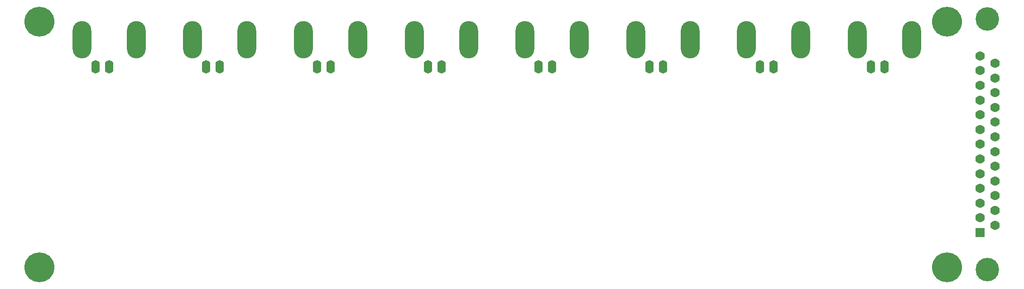
<source format=gbr>
%TF.GenerationSoftware,KiCad,Pcbnew,9.0.0*%
%TF.CreationDate,2025-06-08T21:09:37+02:00*%
%TF.ProjectId,LDC_BNC_interface,4c44435f-424e-4435-9f69-6e7465726661,rev?*%
%TF.SameCoordinates,Original*%
%TF.FileFunction,Soldermask,Top*%
%TF.FilePolarity,Negative*%
%FSLAX46Y46*%
G04 Gerber Fmt 4.6, Leading zero omitted, Abs format (unit mm)*
G04 Created by KiCad (PCBNEW 9.0.0) date 2025-06-08 21:09:37*
%MOMM*%
%LPD*%
G01*
G04 APERTURE LIST*
G04 Aperture macros list*
%AMRoundRect*
0 Rectangle with rounded corners*
0 $1 Rounding radius*
0 $2 $3 $4 $5 $6 $7 $8 $9 X,Y pos of 4 corners*
0 Add a 4 corners polygon primitive as box body*
4,1,4,$2,$3,$4,$5,$6,$7,$8,$9,$2,$3,0*
0 Add four circle primitives for the rounded corners*
1,1,$1+$1,$2,$3*
1,1,$1+$1,$4,$5*
1,1,$1+$1,$6,$7*
1,1,$1+$1,$8,$9*
0 Add four rect primitives between the rounded corners*
20,1,$1+$1,$2,$3,$4,$5,0*
20,1,$1+$1,$4,$5,$6,$7,0*
20,1,$1+$1,$6,$7,$8,$9,0*
20,1,$1+$1,$8,$9,$2,$3,0*%
G04 Aperture macros list end*
%ADD10C,4.395000*%
%ADD11RoundRect,0.102000X0.781050X-0.781050X0.781050X0.781050X-0.781050X0.781050X-0.781050X-0.781050X0*%
%ADD12C,1.766100*%
%ADD13O,1.600000X2.500000*%
%ADD14O,3.500000X7.000000*%
%ADD15C,5.600000*%
G04 APERTURE END LIST*
D10*
%TO.C,J4*%
X230242000Y-94460400D03*
X230242000Y-47419600D03*
D11*
X228819600Y-87500000D03*
D12*
X228819600Y-84740000D03*
X228819600Y-81980000D03*
X228819600Y-79220000D03*
X228819600Y-76460000D03*
X228819600Y-73700000D03*
X228819600Y-70940000D03*
X228819600Y-68180000D03*
X228819600Y-65420000D03*
X228819600Y-62660000D03*
X228819600Y-59900000D03*
X228819600Y-57140000D03*
X228819600Y-54380000D03*
X231664400Y-86120000D03*
X231664400Y-83360000D03*
X231664400Y-80600000D03*
X231664400Y-77840000D03*
X231664400Y-75080000D03*
X231664400Y-72320000D03*
X231664400Y-69560000D03*
X231664400Y-66800000D03*
X231664400Y-64040000D03*
X231664400Y-61280000D03*
X231664400Y-58520000D03*
X231664400Y-55760000D03*
%TD*%
D13*
%TO.C,J5*%
X107440000Y-56450000D03*
D14*
X102360000Y-51370000D03*
D13*
X104900000Y-56450000D03*
D14*
X112520000Y-51370000D03*
%TD*%
D13*
%TO.C,J9*%
X190288000Y-56450000D03*
D14*
X185208000Y-51370000D03*
D13*
X187748000Y-56450000D03*
D14*
X195368000Y-51370000D03*
%TD*%
D15*
%TO.C,H2*%
X222700000Y-94000000D03*
%TD*%
%TO.C,H4*%
X53000000Y-48000000D03*
%TD*%
D13*
%TO.C,J1*%
X66016000Y-56450000D03*
D14*
X60936000Y-51370000D03*
D13*
X63476000Y-56450000D03*
D14*
X71096000Y-51370000D03*
%TD*%
D13*
%TO.C,J2*%
X86728000Y-56450000D03*
D14*
X81648000Y-51370000D03*
D13*
X84188000Y-56450000D03*
D14*
X91808000Y-51370000D03*
%TD*%
D13*
%TO.C,J7*%
X148864000Y-56450000D03*
D14*
X143784000Y-51370000D03*
D13*
X146324000Y-56450000D03*
D14*
X153944000Y-51370000D03*
%TD*%
D15*
%TO.C,H1*%
X222700000Y-48000000D03*
%TD*%
D13*
%TO.C,J8*%
X211000000Y-56450000D03*
D14*
X205920000Y-51370000D03*
D13*
X208460000Y-56450000D03*
D14*
X216080000Y-51370000D03*
%TD*%
D13*
%TO.C,J3*%
X128152000Y-56450000D03*
D14*
X123072000Y-51370000D03*
D13*
X125612000Y-56450000D03*
D14*
X133232000Y-51370000D03*
%TD*%
D15*
%TO.C,H3*%
X53000000Y-94000000D03*
%TD*%
D13*
%TO.C,J6*%
X169576000Y-56450000D03*
D14*
X164496000Y-51370000D03*
D13*
X167036000Y-56450000D03*
D14*
X174656000Y-51370000D03*
%TD*%
M02*

</source>
